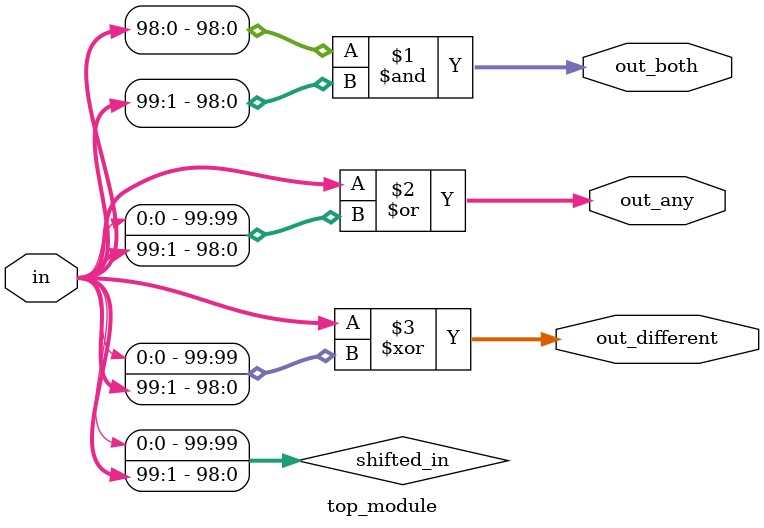
<source format=sv>
module top_module (
	input [99:0] in,
	output [98:0] out_both,
	output [99:0] out_any,
	output [99:0] out_different
);

    wire [99:0] shifted_in;
    
    // Shift the input vector by 1 bit to the right
    assign shifted_in = { in[0], in[99:1] };

    // Generate out_both by performing a bit-wise AND operation
    assign out_both = in[98:0] & shifted_in[98:0];

    // Generate out_any by performing a bit-wise OR operation
    assign out_any = in | shifted_in;

    // Generate out_different by performing a bit-wise XOR operation
    assign out_different = in ^ shifted_in;

endmodule

</source>
